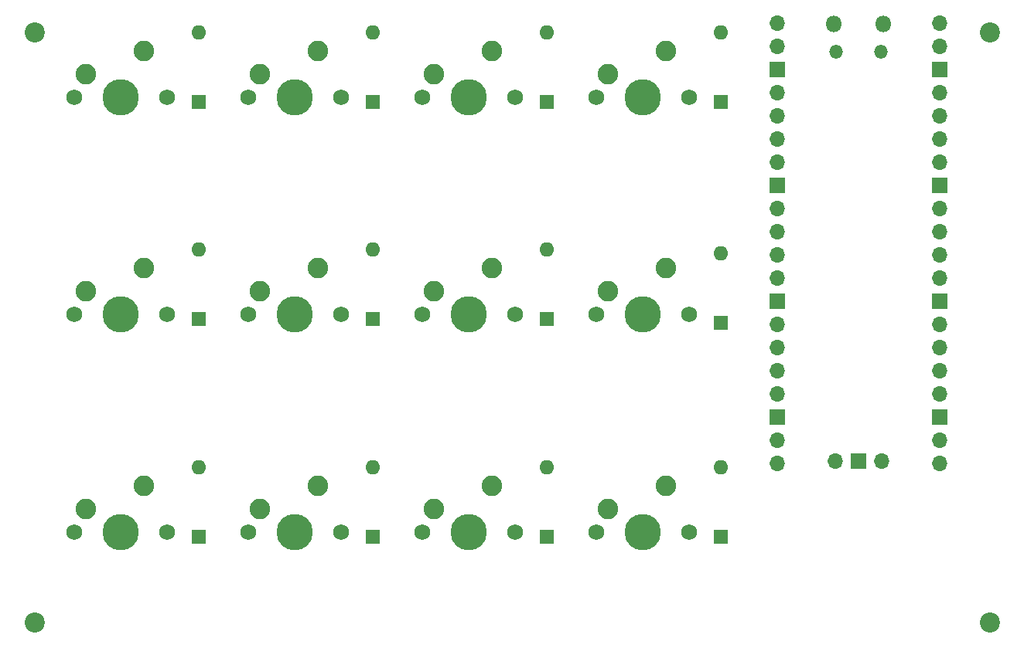
<source format=gbs>
G04 #@! TF.GenerationSoftware,KiCad,Pcbnew,(5.1.9)-1*
G04 #@! TF.CreationDate,2021-05-26T09:10:57+01:00*
G04 #@! TF.ProjectId,EnvMCRO,456e764d-4352-44f2-9e6b-696361645f70,rev?*
G04 #@! TF.SameCoordinates,Original*
G04 #@! TF.FileFunction,Soldermask,Bot*
G04 #@! TF.FilePolarity,Negative*
%FSLAX46Y46*%
G04 Gerber Fmt 4.6, Leading zero omitted, Abs format (unit mm)*
G04 Created by KiCad (PCBNEW (5.1.9)-1) date 2021-05-26 09:10:57*
%MOMM*%
%LPD*%
G01*
G04 APERTURE LIST*
%ADD10O,1.700000X1.700000*%
%ADD11R,1.700000X1.700000*%
%ADD12O,1.500000X1.500000*%
%ADD13O,1.800000X1.800000*%
%ADD14C,2.200000*%
%ADD15C,2.250000*%
%ADD16C,3.987800*%
%ADD17C,1.750000*%
%ADD18O,1.600000X1.600000*%
%ADD19R,1.600000X1.600000*%
G04 APERTURE END LIST*
D10*
X158640000Y-88300000D03*
D11*
X156100000Y-88300000D03*
D10*
X153560000Y-88300000D03*
D12*
X158525000Y-43430000D03*
X153675000Y-43430000D03*
D13*
X158825000Y-40400000D03*
X153375000Y-40400000D03*
D10*
X164990000Y-40270000D03*
X164990000Y-42810000D03*
D11*
X164990000Y-45350000D03*
D10*
X164990000Y-47890000D03*
X164990000Y-50430000D03*
X164990000Y-52970000D03*
X164990000Y-55510000D03*
D11*
X164990000Y-58050000D03*
D10*
X164990000Y-60590000D03*
X164990000Y-63130000D03*
X164990000Y-65670000D03*
X164990000Y-68210000D03*
D11*
X164990000Y-70750000D03*
D10*
X164990000Y-73290000D03*
X164990000Y-75830000D03*
X164990000Y-78370000D03*
X164990000Y-80910000D03*
D11*
X164990000Y-83450000D03*
D10*
X164990000Y-85990000D03*
X164990000Y-88530000D03*
X147210000Y-88530000D03*
X147210000Y-85990000D03*
D11*
X147210000Y-83450000D03*
D10*
X147210000Y-80910000D03*
X147210000Y-78370000D03*
X147210000Y-75830000D03*
X147210000Y-73290000D03*
D11*
X147210000Y-70750000D03*
D10*
X147210000Y-68210000D03*
X147210000Y-65670000D03*
X147210000Y-63130000D03*
X147210000Y-60590000D03*
D11*
X147210000Y-58050000D03*
D10*
X147210000Y-55510000D03*
X147210000Y-52970000D03*
X147210000Y-50430000D03*
X147210000Y-47890000D03*
D11*
X147210000Y-45350000D03*
D10*
X147210000Y-42810000D03*
X147210000Y-40270000D03*
D14*
X170500000Y-106000000D03*
X65900000Y-41300000D03*
X65900000Y-106000000D03*
X170500000Y-41300000D03*
D15*
X115975000Y-43355000D03*
D16*
X113435000Y-48435000D03*
D15*
X109625000Y-45895000D03*
D17*
X108355000Y-48435000D03*
X118515000Y-48435000D03*
D15*
X77875000Y-43355000D03*
D16*
X75335000Y-48435000D03*
D15*
X71525000Y-45895000D03*
D17*
X70255000Y-48435000D03*
X80415000Y-48435000D03*
D18*
X141010000Y-88940000D03*
D19*
X141010000Y-96560000D03*
D18*
X121960000Y-88940000D03*
D19*
X121960000Y-96560000D03*
D18*
X102910000Y-88940000D03*
D19*
X102910000Y-96560000D03*
D18*
X83860000Y-88940000D03*
D19*
X83860000Y-96560000D03*
D18*
X141010000Y-65527500D03*
D19*
X141010000Y-73147500D03*
D18*
X121960000Y-65127500D03*
D19*
X121960000Y-72747500D03*
D18*
X102910000Y-65127500D03*
D19*
X102910000Y-72747500D03*
D18*
X83860000Y-65127500D03*
D19*
X83860000Y-72747500D03*
D18*
X141010000Y-41315000D03*
D19*
X141010000Y-48935000D03*
D18*
X121960000Y-41315000D03*
D19*
X121960000Y-48935000D03*
D18*
X102910000Y-41315000D03*
D19*
X102910000Y-48935000D03*
D18*
X83860000Y-41315000D03*
D19*
X83860000Y-48935000D03*
D15*
X135025000Y-90980000D03*
D16*
X132485000Y-96060000D03*
D15*
X128675000Y-93520000D03*
D17*
X127405000Y-96060000D03*
X137565000Y-96060000D03*
D15*
X115975000Y-90980000D03*
D16*
X113435000Y-96060000D03*
D15*
X109625000Y-93520000D03*
D17*
X108355000Y-96060000D03*
X118515000Y-96060000D03*
D15*
X96925000Y-90980000D03*
D16*
X94385000Y-96060000D03*
D15*
X90575000Y-93520000D03*
D17*
X89305000Y-96060000D03*
X99465000Y-96060000D03*
D15*
X77875000Y-90980000D03*
D16*
X75335000Y-96060000D03*
D15*
X71525000Y-93520000D03*
D17*
X70255000Y-96060000D03*
X80415000Y-96060000D03*
D15*
X135025000Y-67167500D03*
D16*
X132485000Y-72247500D03*
D15*
X128675000Y-69707500D03*
D17*
X127405000Y-72247500D03*
X137565000Y-72247500D03*
D15*
X115975000Y-67167500D03*
D16*
X113435000Y-72247500D03*
D15*
X109625000Y-69707500D03*
D17*
X108355000Y-72247500D03*
X118515000Y-72247500D03*
D15*
X96925000Y-67167500D03*
D16*
X94385000Y-72247500D03*
D15*
X90575000Y-69707500D03*
D17*
X89305000Y-72247500D03*
X99465000Y-72247500D03*
D15*
X77875000Y-67167500D03*
D16*
X75335000Y-72247500D03*
D15*
X71525000Y-69707500D03*
D17*
X70255000Y-72247500D03*
X80415000Y-72247500D03*
D15*
X135025000Y-43355000D03*
D16*
X132485000Y-48435000D03*
D15*
X128675000Y-45895000D03*
D17*
X127405000Y-48435000D03*
X137565000Y-48435000D03*
D15*
X96925000Y-43355000D03*
D16*
X94385000Y-48435000D03*
D15*
X90575000Y-45895000D03*
D17*
X89305000Y-48435000D03*
X99465000Y-48435000D03*
M02*

</source>
